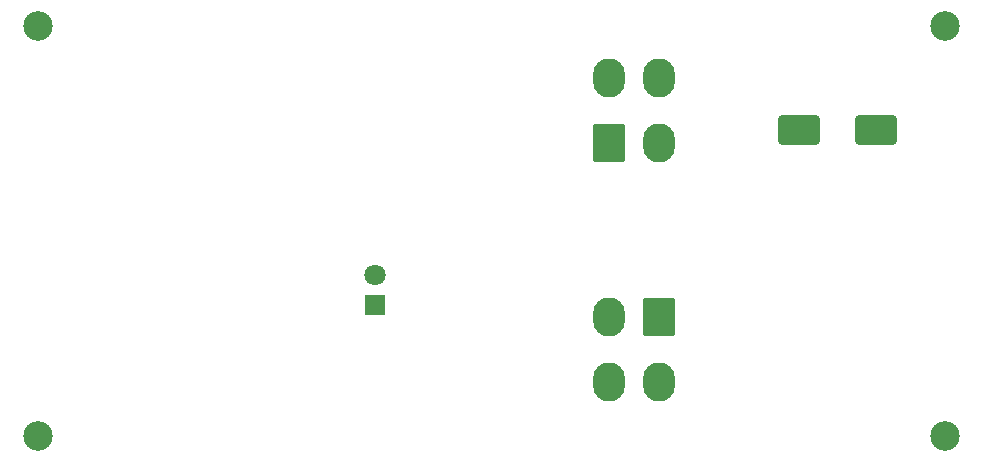
<source format=gbr>
%TF.GenerationSoftware,KiCad,Pcbnew,(6.0.9)*%
%TF.CreationDate,2023-03-29T18:39:05-08:00*%
%TF.ProjectId,CAUTION LIGHTS PANEL,43415554-494f-44e2-904c-494748545320,3*%
%TF.SameCoordinates,Original*%
%TF.FileFunction,Soldermask,Bot*%
%TF.FilePolarity,Negative*%
%FSLAX46Y46*%
G04 Gerber Fmt 4.6, Leading zero omitted, Abs format (unit mm)*
G04 Created by KiCad (PCBNEW (6.0.9)) date 2023-03-29 18:39:05*
%MOMM*%
%LPD*%
G01*
G04 APERTURE LIST*
G04 Aperture macros list*
%AMRoundRect*
0 Rectangle with rounded corners*
0 $1 Rounding radius*
0 $2 $3 $4 $5 $6 $7 $8 $9 X,Y pos of 4 corners*
0 Add a 4 corners polygon primitive as box body*
4,1,4,$2,$3,$4,$5,$6,$7,$8,$9,$2,$3,0*
0 Add four circle primitives for the rounded corners*
1,1,$1+$1,$2,$3*
1,1,$1+$1,$4,$5*
1,1,$1+$1,$6,$7*
1,1,$1+$1,$8,$9*
0 Add four rect primitives between the rounded corners*
20,1,$1+$1,$2,$3,$4,$5,0*
20,1,$1+$1,$4,$5,$6,$7,0*
20,1,$1+$1,$6,$7,$8,$9,0*
20,1,$1+$1,$8,$9,$2,$3,0*%
G04 Aperture macros list end*
%ADD10C,2.500000*%
%ADD11RoundRect,0.250000X-1.500000X-1.000000X1.500000X-1.000000X1.500000X1.000000X-1.500000X1.000000X0*%
%ADD12RoundRect,0.250001X-1.099999X-1.399999X1.099999X-1.399999X1.099999X1.399999X-1.099999X1.399999X0*%
%ADD13O,2.700000X3.300000*%
%ADD14RoundRect,0.250001X1.099999X1.399999X-1.099999X1.399999X-1.099999X-1.399999X1.099999X-1.399999X0*%
%ADD15R,1.800000X1.800000*%
%ADD16C,1.800000*%
G04 APERTURE END LIST*
D10*
%TO.C,MK1*%
X2591200Y37330800D03*
%TD*%
%TO.C,MK2*%
X79391200Y37330800D03*
%TD*%
%TO.C,MK3*%
X2591200Y2591200D03*
%TD*%
%TO.C,MK4*%
X79391200Y2591200D03*
%TD*%
D11*
%TO.C,C1*%
X67026200Y28521200D03*
X73526200Y28521200D03*
%TD*%
D12*
%TO.C,J1*%
X50936200Y27451200D03*
D13*
X55136200Y27451200D03*
X50936200Y32951200D03*
X55136200Y32951200D03*
%TD*%
D14*
%TO.C,J2*%
X55146200Y12721200D03*
D13*
X50946200Y12721200D03*
X55146200Y7221200D03*
X50946200Y7221200D03*
%TD*%
D15*
%TO.C,D25*%
X31086200Y13731200D03*
D16*
X31086200Y16271200D03*
%TD*%
M02*

</source>
